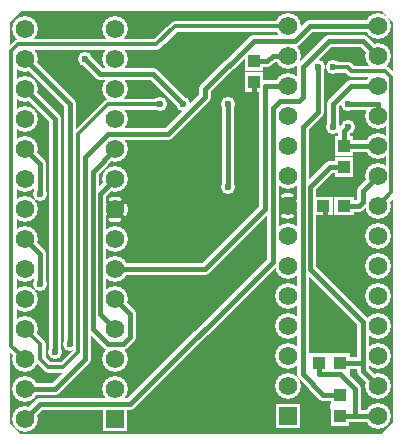
<source format=gbr>
G04 GERBER ASCII OUTPUT FROM: EDWINXP (VER. 1.61 REV. 20080315)*
G04 GERBER FORMAT: RX-274-X*
G04 BOARD: DSPIC_ADAPTER*
G04 ARTWORK OF COMP.LAYERPOSITIVE SUPERIMPOSED ON NEGATIVE*
%ASAXBY*%
%FSLAX23Y23*%
%MIA0B0*%
%MOIN*%
%OFA0.0000B0.0000*%
%SFA1B1*%
%IJA0B0*%
%INLAYER2NEGPOS*%
%IOA0B0*%
%IPPOS*%
%IR0*%
G04 APERTURE MACROS*
%AMEDWDONUT*
1,1,$1,$2,$3*
1,0,$4,$2,$3*
%
%AMEDWFRECT*
20,1,$1,$2,$3,$4,$5,$6*
%
%AMEDWORECT*
20,1,$1,$2,$3,$4,$5,$10*
20,1,$1,$4,$5,$6,$7,$10*
20,1,$1,$6,$7,$8,$9,$10*
20,1,$1,$8,$9,$2,$3,$10*
1,1,$1,$2,$3*
1,1,$1,$4,$5*
1,1,$1,$6,$7*
1,1,$1,$8,$9*
%
%AMEDWLINER*
20,1,$1,$2,$3,$4,$5,$6*
1,1,$1,$2,$3*
1,1,$1,$4,$5*
%
%AMEDWFTRNG*
4,1,3,$1,$2,$3,$4,$5,$6,$7,$8,$9*
%
%AMEDWATRNG*
4,1,3,$1,$2,$3,$4,$5,$6,$7,$8,$9*
20,1,$11,$1,$2,$3,$4,$10*
20,1,$11,$3,$4,$5,$6,$10*
20,1,$11,$5,$6,$7,$8,$10*
1,1,$11,$3,$4*
1,1,$11,$5,$6*
1,1,$11,$7,$8*
%
%AMEDWOTRNG*
20,1,$1,$2,$3,$4,$5,$8*
20,1,$1,$4,$5,$6,$7,$8*
20,1,$1,$6,$7,$2,$3,$8*
1,1,$1,$2,$3*
1,1,$1,$4,$5*
1,1,$1,$6,$7*
%
G04*
G04 APERTURE LIST*
%ADD10R,0.0500X0.0460*%
%ADD11R,0.0740X0.0700*%
%ADD12R,0.0440X0.0400*%
%ADD13R,0.0680X0.0640*%
%ADD14R,0.0460X0.0500*%
%ADD15R,0.0700X0.0740*%
%ADD16R,0.0400X0.0440*%
%ADD17R,0.0640X0.0680*%
%ADD18R,0.0700X0.0700*%
%ADD19R,0.0940X0.0940*%
%ADD20R,0.0600X0.0600*%
%ADD21R,0.0840X0.0840*%
%ADD22C,0.0010*%
%ADD24C,0.00197*%
%ADD26C,0.0020*%
%ADD27R,0.0020X0.0020*%
%ADD28C,0.0030*%
%ADD29R,0.0030X0.0030*%
%ADD30C,0.00302*%
%ADD31R,0.00302X0.00302*%
%ADD32C,0.0040*%
%ADD33R,0.0040X0.0040*%
%ADD34C,0.0050*%
%ADD35R,0.0050X0.0050*%
%ADD36C,0.00512*%
%ADD38C,0.00787*%
%ADD39R,0.00787X0.00787*%
%ADD40C,0.0080*%
%ADD42C,0.00889*%
%ADD43R,0.00889X0.00889*%
%ADD44C,0.00984*%
%ADD45R,0.00984X0.00984*%
%ADD46C,0.0100*%
%ADD47R,0.0100X0.0100*%
%ADD48C,0.01181*%
%ADD50C,0.0120*%
%ADD52C,0.0120*%
%ADD54C,0.0130*%
%ADD56C,0.01478*%
%ADD57R,0.01478X0.01478*%
%ADD58C,0.01575*%
%ADD60C,0.01677*%
%ADD61R,0.01677X0.01677*%
%ADD62C,0.01969*%
%ADD63R,0.01969X0.01969*%
%ADD64C,0.0235*%
%ADD65R,0.0235X0.0235*%
%ADD66C,0.02362*%
%ADD68C,0.0240*%
%ADD70C,0.0240*%
%ADD72C,0.02518*%
%ADD73R,0.02518X0.02518*%
%ADD74C,0.02597*%
%ADD76C,0.02602*%
%ADD77R,0.02602X0.02602*%
%ADD78C,0.0290*%
%ADD80C,0.02912*%
%ADD81R,0.02912X0.02912*%
%ADD82C,0.0300*%
%ADD83R,0.0300X0.0300*%
%ADD84C,0.03022*%
%ADD85R,0.03022X0.03022*%
%ADD86C,0.03187*%
%ADD88C,0.0320*%
%ADD90C,0.03274*%
%ADD91R,0.03274X0.03274*%
%ADD92C,0.0350*%
%ADD93R,0.0350X0.0350*%
%ADD94C,0.03581*%
%ADD96C,0.03609*%
%ADD97R,0.03609X0.03609*%
%ADD98C,0.0370*%
%ADD100C,0.03861*%
%ADD101R,0.03861X0.03861*%
%ADD102C,0.03937*%
%ADD103R,0.03937X0.03937*%
%ADD104C,0.03975*%
%ADD106C,0.04029*%
%ADD107R,0.04029X0.04029*%
%ADD108C,0.04077*%
%ADD109R,0.04077X0.04077*%
%ADD110C,0.0470*%
%ADD111R,0.0470X0.0470*%
%ADD112C,0.0475*%
%ADD113R,0.0475X0.0475*%
%ADD114C,0.04762*%
%ADD115R,0.04762X0.04762*%
%ADD116C,0.04784*%
%ADD117R,0.04784X0.04784*%
%ADD118C,0.04918*%
%ADD119R,0.04918X0.04918*%
%ADD120C,0.0500*%
%ADD121R,0.0500X0.0500*%
%ADD122C,0.05002*%
%ADD123R,0.05002X0.05002*%
%ADD124C,0.05036*%
%ADD125R,0.05036X0.05036*%
%ADD126C,0.0512*%
%ADD127R,0.0512X0.0512*%
%ADD128C,0.05422*%
%ADD129R,0.05422X0.05422*%
%ADD130C,0.05451*%
%ADD131R,0.05451X0.05451*%
%ADD132C,0.0560*%
%ADD133R,0.0560X0.0560*%
%ADD134C,0.05674*%
%ADD135R,0.05674X0.05674*%
%ADD136C,0.05906*%
%ADD137R,0.05906X0.05906*%
%ADD138C,0.0600*%
%ADD139R,0.0600X0.0600*%
%ADD140C,0.06009*%
%ADD141R,0.06009X0.06009*%
%ADD142C,0.06127*%
%ADD143R,0.06127X0.06127*%
%ADD144C,0.0620*%
%ADD146C,0.06261*%
%ADD147R,0.06261X0.06261*%
%ADD148C,0.06429*%
%ADD149R,0.06429X0.06429*%
%ADD150C,0.06793*%
%ADD151R,0.06793X0.06793*%
%ADD152C,0.06799*%
%ADD153R,0.06799X0.06799*%
%ADD154C,0.06906*%
%ADD155R,0.06906X0.06906*%
%ADD156C,0.0700*%
%ADD157R,0.0700X0.0700*%
%ADD158C,0.07051*%
%ADD159R,0.07051X0.07051*%
%ADD160C,0.0710*%
%ADD161R,0.0710X0.0710*%
%ADD162C,0.07184*%
%ADD163R,0.07184X0.07184*%
%ADD164C,0.07296*%
%ADD165R,0.07296X0.07296*%
%ADD166C,0.0738*%
%ADD167R,0.0738X0.0738*%
%ADD168C,0.07436*%
%ADD169R,0.07436X0.07436*%
%ADD170C,0.0752*%
%ADD171R,0.0752X0.0752*%
%ADD172C,0.0760*%
%ADD174C,0.07851*%
%ADD175R,0.07851X0.07851*%
%ADD176C,0.07883*%
%ADD177R,0.07883X0.07883*%
%ADD178C,0.0800*%
%ADD179R,0.0800X0.0800*%
%ADD180C,0.08527*%
%ADD181R,0.08527X0.08527*%
%ADD182C,0.0860*%
%ADD184C,0.08646*%
%ADD185R,0.08646X0.08646*%
%ADD186C,0.08981*%
%ADD187R,0.08981X0.08981*%
%ADD188C,0.09193*%
%ADD189R,0.09193X0.09193*%
%ADD190C,0.09199*%
%ADD191R,0.09199X0.09199*%
%ADD192C,0.09451*%
%ADD193R,0.09451X0.09451*%
%ADD194C,0.09696*%
%ADD195R,0.09696X0.09696*%
%ADD196C,0.0978*%
%ADD197R,0.0978X0.0978*%
%ADD198C,0.09811*%
%ADD199R,0.09811X0.09811*%
%ADD200C,0.1000*%
%ADD203R,0.10283X0.10283*%
%ADD205R,0.11046X0.11046*%
%ADD207R,0.11381X0.11381*%
%ADD209R,0.11835X0.11835*%
%ADD211R,0.12211X0.12211*%
%ADD213R,0.12339X0.12339*%
%ADD215R,0.12423X0.12423*%
%ADD217R,0.12842X0.12842*%
%ADD219R,0.13934X0.13934*%
%ADD221R,0.14235X0.14235*%
%ADD223R,0.14507X0.14507*%
%ADD225R,0.14739X0.14739*%
%ADD227R,0.14823X0.14823*%
%ADD229R,0.15242X0.15242*%
%ADD231R,0.16334X0.16334*%
%ADD233R,0.16907X0.16907*%
%ADD235R,0.17039X0.17039*%
%ADD237R,0.19439X0.19439*%
%ADD239R,0.21152X0.21152*%
%ADD241R,0.23552X0.23552*%
%ADD243R,0.26776X0.26776*%
%ADD245R,0.27783X0.27783*%
%ADD247R,0.28035X0.28035*%
%ADD249R,0.29176X0.29176*%
%ADD251R,0.30183X0.30183*%
%ADD253R,0.30435X0.30435*%
%ADD255R,0.49943X0.49943*%
%ADD257R,0.52041X0.52041*%
%ADD259R,0.52209X0.52209*%
%ADD261R,0.52343X0.52343*%
%ADD263R,0.54441X0.54441*%
%ADD265R,0.54609X0.54609*%
%ADD266C,0.64609*%
%ADD267R,0.64609X0.64609*%
%ADD268C,0.74609*%
%ADD269R,0.74609X0.74609*%
%ADD270C,0.84609*%
%ADD271R,0.84609X0.84609*%
%ADD272C,0.94609*%
%ADD273R,0.94609X0.94609*%
%ADD274C,1.04609*%
%ADD275R,1.04609X1.04609*%
%ADD276C,1.14609*%
%ADD277R,1.14609X1.14609*%
%ADD278C,1.24609*%
%ADD279R,1.24609X1.24609*%
%ADD280C,1.34609*%
%ADD281R,1.34609X1.34609*%
%ADD282C,1.44609*%
%ADD283R,1.44609X1.44609*%
%ADD284C,1.54609*%
%ADD285R,1.54609X1.54609*%
%ADD286C,1.64609*%
%ADD287R,1.64609X1.64609*%
%ADD288C,1.74609*%
%ADD289R,1.74609X1.74609*%
%ADD290C,1.84609*%
%ADD291R,1.84609X1.84609*%
%ADD292C,1.94609*%
%ADD293R,1.94609X1.94609*%
G04*
%LNLLAYER2CPOURD*%
%LPD*%
G36*
X935Y777D02*
X1288Y838D01*
X1288Y1388D01*
X1250Y1425D01*
X50Y1425D01*
X13Y1388D01*
X13Y50D01*
X50Y13D01*
X1250Y13D01*
X1288Y50D01*
X1288Y763D01*
X935Y777D01*
G37*
G36*
X938Y775D02*
X1288Y888D01*
X1288Y725D01*
X938Y775D01*
G37*
%LNLLAYER2CRELIEVEC*%
%LPC*%
G36*
X273Y974D02*
X273Y903D01*
X323Y903D01*
X323Y974D01*
X273Y974D01*
G37*
G36*
X250Y1043D02*
X250Y954D01*
X312Y954D01*
X312Y1043D01*
X250Y1043D01*
G37*
G36*
X281Y1076D02*
X281Y1001D01*
X333Y1001D01*
X333Y1076D01*
X281Y1076D01*
G37*
G36*
X976Y1246D02*
X976Y1077D01*
X1024Y1077D01*
X1024Y1246D01*
X976Y1246D01*
G37*
G36*
X878Y1158D02*
X878Y896D01*
X1002Y896D01*
X1002Y1158D01*
X878Y1158D01*
G37*
G36*
X1138Y1168D02*
X1138Y1105D01*
X1267Y1105D01*
X1267Y1168D01*
X1138Y1168D01*
G37*
G36*
X1200Y854D02*
X1200Y790D01*
X1270Y790D01*
X1270Y854D01*
X1200Y854D01*
G37*
G36*
X819Y1317D02*
X819Y1264D01*
X909Y1264D01*
X909Y1317D01*
X819Y1317D01*
G37*
G36*
X899Y661D02*
X899Y589D01*
X972Y589D01*
X972Y661D01*
X899Y661D01*
G37*
G36*
X300Y447D02*
X300Y340D01*
X398Y340D01*
X398Y447D01*
X300Y447D01*
G37*
G36*
X1083Y227D02*
X1083Y282D01*
X1074Y282D01*
X1074Y227D01*
X1083Y227D01*
G37*
G36*
X1001Y283D02*
X1001Y181D01*
X1146Y181D01*
X1146Y283D01*
X1001Y283D01*
G37*
G36*
X1044Y193D02*
X1044Y160D01*
X1123Y160D01*
X1123Y193D01*
X1044Y193D01*
G37*
G36*
X1150Y99D02*
X1150Y116D01*
X1079Y116D01*
X1079Y99D01*
X1150Y99D01*
G37*
G36*
X31Y342D02*
X31Y285D01*
X105Y285D01*
X105Y342D01*
X31Y342D01*
G37*
G36*
X26Y639D02*
X26Y577D01*
X100Y577D01*
X100Y639D01*
X26Y639D01*
G37*
G36*
X27Y942D02*
X27Y876D01*
X95Y876D01*
X95Y942D01*
X27Y942D01*
G37*
D13* 
X1125Y775D02*D03*
D17* 
X825Y1258D02*D03*
D13* 
X1043Y250D02*D03*
X1113Y250D02*D03*
D17* 
X1125Y975D02*D03*
X1125Y905D02*D03*
X1113Y145D02*D03*
X1113Y75D02*D03*
D21* 
X938Y75D02*D03*
D182*
X938Y175D02*D03*
X938Y275D02*D03*
X938Y375D02*D03*
X938Y475D02*D03*
X938Y575D02*D03*
X938Y675D02*D03*
X938Y875D02*D03*
X938Y975D02*D03*
X938Y1075D02*D03*
X938Y1175D02*D03*
X938Y1275D02*D03*
X938Y1375D02*D03*
X1238Y1375D02*D03*
X1238Y1275D02*D03*
X1238Y1175D02*D03*
X1238Y1075D02*D03*
X1238Y975D02*D03*
X1238Y875D02*D03*
X1238Y775D02*D03*
X1238Y675D02*D03*
X1238Y575D02*D03*
X1238Y475D02*D03*
X1238Y375D02*D03*
X1238Y275D02*D03*
X1238Y175D02*D03*
X1238Y75D02*D03*
D21* 
X363Y63D02*D03*
D182*
X363Y163D02*D03*
X363Y263D02*D03*
X363Y363D02*D03*
X363Y463D02*D03*
X363Y563D02*D03*
X363Y663D02*D03*
X363Y863D02*D03*
X363Y963D02*D03*
X363Y1063D02*D03*
X363Y1163D02*D03*
X363Y1263D02*D03*
X363Y1363D02*D03*
X63Y1363D02*D03*
X63Y1263D02*D03*
X63Y1163D02*D03*
X63Y1063D02*D03*
X63Y963D02*D03*
X63Y863D02*D03*
X63Y763D02*D03*
X63Y663D02*D03*
X63Y563D02*D03*
X63Y463D02*D03*
X63Y363D02*D03*
X63Y263D02*D03*
X63Y163D02*D03*
X63Y63D02*D03*
D52* 
G75*
G01X903Y789D02*
G03X904Y760I34J-14D01*
G01*
G75*
G01X952Y809D02*
G03X922Y809I-14J-34D01*
G01*
G75*
G01X972Y761D02*
G03X971Y790I-34J14D01*
G01*
G75*
G01X923Y741D02*
G03X953Y741I14J34D01*
G01*
G75*
G01X396Y747D02*
G03X397Y777I-34J15D01*
G01*
G75*
G01X378Y796D02*
G03X348Y797I-15J-34D01*
G01*
G75*
G01X329Y778D02*
G03X328Y748I34J-15D01*
G01*
G75*
G01X347Y729D02*
G03X377Y728I15J34D01*
G01*
D13* 
X1055Y775D02*D03*
D17* 
X825Y1188D02*D03*
D114*
X213Y313D02*D03*
X263Y1263D02*D03*
X588Y1113D02*D03*
X738Y1113D02*D03*
X738Y838D02*D03*
X1088Y1238D02*D03*
X1138Y1113D02*D03*
X1088Y1038D02*D03*
X513Y1113D02*D03*
X113Y513D02*D03*
X1038Y1238D02*D03*
X113Y813D02*D03*
X1138Y1038D02*D03*
X163Y288D02*D03*
D104*
X363Y863D02*
X313Y813D01*
X313Y413D01*
X363Y363D01*
X938Y1275D02*
X888Y1275D01*
X870Y1258D01*
X825Y1258D01*
X1038Y1238D02*
X1038Y1088D01*
X988Y1038D01*
X988Y213D01*
X1055Y145D01*
X1113Y145D01*
X1125Y975D02*
X1238Y975D01*
X113Y813D02*
X113Y913D01*
X63Y963D01*
X1125Y975D02*
X1125Y1025D01*
X1138Y1038D01*
D58* 
X1063Y713D02*
X1063Y775D01*
X1055Y775D01*
X813Y775D02*
X813Y1113D01*
X825Y1125D01*
X825Y1188D01*
D104*
X1088Y1038D02*
X1088Y1113D01*
X1150Y1175D01*
X1238Y1175D01*
X1238Y1275D02*
X1188Y1325D01*
X1075Y1325D01*
X988Y1238D01*
X988Y1138D01*
X975Y1125D01*
X913Y1125D01*
X888Y1100D01*
X888Y588D01*
X413Y113D01*
X113Y113D01*
X63Y63D01*
X63Y163D02*
X163Y163D01*
X263Y263D01*
X263Y938D01*
X338Y1013D01*
X538Y1013D01*
X663Y1138D01*
X663Y1163D01*
X825Y1325D01*
X963Y1325D01*
X1013Y1375D01*
X1238Y1375D01*
D94* 
X938Y1375D02*
X563Y1375D01*
X500Y1313D01*
X38Y1313D01*
X17Y1292D01*
X17Y308D01*
X63Y263D01*
X513Y1113D02*
X338Y1113D01*
X240Y1015D01*
X240Y288D01*
X190Y238D01*
X138Y238D01*
X113Y263D01*
X113Y313D01*
X63Y363D01*
D104*
X113Y513D02*
X113Y613D01*
X63Y663D01*
X363Y963D02*
X288Y888D01*
X288Y363D01*
X338Y313D01*
X388Y313D01*
X413Y338D01*
X413Y413D01*
X363Y463D01*
X1163Y75D02*
X1163Y163D01*
X1113Y213D01*
X1043Y213D01*
X1043Y250D01*
X1238Y875D02*
X1188Y825D01*
X1188Y788D01*
X1175Y775D01*
X1125Y775D01*
X163Y288D02*
X163Y1063D01*
X63Y1163D01*
X213Y313D02*
X213Y1113D01*
X63Y1263D01*
X263Y1263D02*
X313Y1213D01*
X488Y1213D01*
X588Y1113D01*
X738Y1113D02*
X738Y838D01*
D94* 
X1088Y1238D02*
X1138Y1238D01*
X1150Y1225D01*
X1263Y1225D01*
X1283Y1204D01*
X1283Y821D01*
X1238Y775D01*
D104*
X1138Y1113D02*
X1188Y1113D01*
X1213Y1113D01*
X1238Y1113D01*
X1238Y1094D01*
X1238Y1075D01*
X938Y1175D02*
X863Y1175D01*
X863Y763D01*
X663Y563D01*
X363Y563D01*
X1188Y263D02*
X1188Y225D01*
X1238Y175D01*
X1188Y263D02*
X1188Y263D01*
X1188Y250D01*
X1113Y250D01*
X1188Y263D02*
X1188Y388D01*
X1013Y563D01*
X1013Y838D01*
X1080Y905D01*
X1125Y905D01*
X1163Y75D02*
X1113Y75D01*
X1163Y75D02*
X1238Y75D01*
%LNLLAYER2CFILLD*%
%LPD*%
D12* 
X1125Y775D02*D03*
D16* 
X825Y1258D02*D03*
D12* 
X1043Y250D02*D03*
X1113Y250D02*D03*
D16* 
X1125Y975D02*D03*
X1125Y905D02*D03*
X1113Y145D02*D03*
X1113Y75D02*D03*
D20* 
X938Y75D02*D03*
D144*
X938Y175D02*D03*
X938Y275D02*D03*
X938Y375D02*D03*
X938Y475D02*D03*
X938Y575D02*D03*
X938Y675D02*D03*
X938Y875D02*D03*
X938Y975D02*D03*
X938Y1075D02*D03*
X938Y1175D02*D03*
X938Y1275D02*D03*
X938Y1375D02*D03*
X1238Y1375D02*D03*
X1238Y1275D02*D03*
X1238Y1175D02*D03*
X1238Y1075D02*D03*
X1238Y975D02*D03*
X1238Y875D02*D03*
X1238Y775D02*D03*
X1238Y675D02*D03*
X1238Y575D02*D03*
X1238Y475D02*D03*
X1238Y375D02*D03*
X1238Y275D02*D03*
X1238Y175D02*D03*
X1238Y75D02*D03*
D20* 
X363Y63D02*D03*
D144*
X363Y163D02*D03*
X363Y263D02*D03*
X363Y363D02*D03*
X363Y463D02*D03*
X363Y563D02*D03*
X363Y663D02*D03*
X363Y863D02*D03*
X363Y963D02*D03*
X363Y1063D02*D03*
X363Y1163D02*D03*
X363Y1263D02*D03*
X363Y1363D02*D03*
X63Y1363D02*D03*
X63Y1263D02*D03*
X63Y1163D02*D03*
X63Y1063D02*D03*
X63Y963D02*D03*
X63Y863D02*D03*
X63Y763D02*D03*
X63Y663D02*D03*
X63Y563D02*D03*
X63Y463D02*D03*
X63Y363D02*D03*
X63Y263D02*D03*
X63Y163D02*D03*
X63Y63D02*D03*
X938Y775D02*D03*
X363Y763D02*D03*
D12* 
X1055Y775D02*D03*
D16* 
X825Y1188D02*D03*
D66* 
X213Y313D02*D03*
X263Y1263D02*D03*
X588Y1113D02*D03*
X738Y1113D02*D03*
X738Y838D02*D03*
X1088Y1238D02*D03*
X1138Y1113D02*D03*
X1088Y1038D02*D03*
X513Y1113D02*D03*
X113Y513D02*D03*
X1038Y1238D02*D03*
X113Y813D02*D03*
X1138Y1038D02*D03*
X1063Y713D02*D03*
X813Y775D02*D03*
X163Y288D02*D03*
D58* 
X363Y863D02*
X313Y813D01*
X313Y413D01*
X363Y363D01*
X938Y1275D02*
X888Y1275D01*
X870Y1258D01*
X825Y1258D01*
X1038Y1238D02*
X1038Y1088D01*
X988Y1038D01*
X988Y213D01*
X1055Y145D01*
X1113Y145D01*
X1125Y975D02*
X1238Y975D01*
X113Y813D02*
X113Y913D01*
X63Y963D01*
X1125Y975D02*
X1125Y1025D01*
X1138Y1038D01*
X1063Y713D02*
X1063Y775D01*
X1055Y775D01*
X813Y775D02*
X813Y1113D01*
X825Y1125D01*
X825Y1188D01*
X1088Y1038D02*
X1088Y1113D01*
X1150Y1175D01*
X1238Y1175D01*
X1238Y1275D02*
X1188Y1325D01*
X1075Y1325D01*
X988Y1238D01*
X988Y1138D01*
X975Y1125D01*
X913Y1125D01*
X888Y1100D01*
X888Y588D01*
X413Y113D01*
X113Y113D01*
X63Y63D01*
X63Y163D02*
X163Y163D01*
X263Y263D01*
X263Y938D01*
X338Y1013D01*
X538Y1013D01*
X663Y1138D01*
X663Y1163D01*
X825Y1325D01*
X963Y1325D01*
X1013Y1375D01*
X1238Y1375D01*
D48* 
X938Y1375D02*
X563Y1375D01*
X500Y1313D01*
X38Y1313D01*
X17Y1292D01*
X17Y308D01*
X63Y263D01*
X513Y1113D02*
X338Y1113D01*
X240Y1015D01*
X240Y288D01*
X190Y238D01*
X138Y238D01*
X113Y263D01*
X113Y313D01*
X63Y363D01*
D58* 
X113Y513D02*
X113Y613D01*
X63Y663D01*
X363Y963D02*
X288Y888D01*
X288Y363D01*
X338Y313D01*
X388Y313D01*
X413Y338D01*
X413Y413D01*
X363Y463D01*
X1163Y75D02*
X1163Y163D01*
X1113Y213D01*
X1043Y213D01*
X1043Y250D01*
X1238Y875D02*
X1188Y825D01*
X1188Y788D01*
X1175Y775D01*
X1125Y775D01*
X163Y288D02*
X163Y1063D01*
X63Y1163D01*
X213Y313D02*
X213Y1113D01*
X63Y1263D01*
X263Y1263D02*
X313Y1213D01*
X488Y1213D01*
X588Y1113D01*
X738Y1113D02*
X738Y838D01*
D48* 
X1088Y1238D02*
X1138Y1238D01*
X1150Y1225D01*
X1263Y1225D01*
X1283Y1204D01*
X1283Y821D01*
X1238Y775D01*
D58* 
X1138Y1113D02*
X1188Y1113D01*
X1213Y1113D01*
X1238Y1113D01*
X1238Y1094D01*
X1238Y1075D01*
X938Y1175D02*
X863Y1175D01*
X863Y763D01*
X663Y563D01*
X363Y563D01*
X1188Y263D02*
X1188Y225D01*
X1238Y175D01*
X1188Y263D02*
X1188Y263D01*
X1188Y250D01*
X1113Y250D01*
X1188Y263D02*
X1188Y388D01*
X1013Y563D01*
X1013Y838D01*
X1080Y905D01*
X1125Y905D01*
X1163Y75D02*
X1113Y75D01*
X1163Y75D02*
X1238Y75D01*
M02*

</source>
